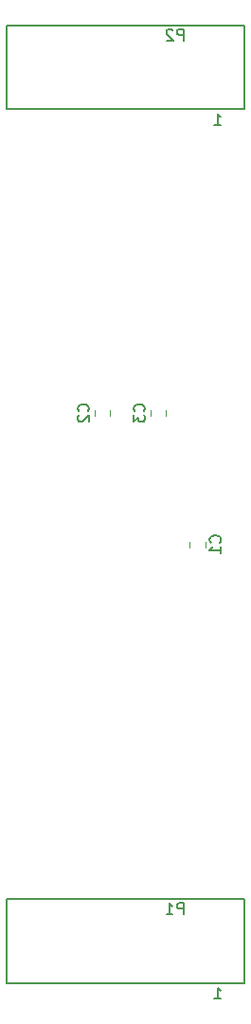
<source format=gbr>
G04 #@! TF.GenerationSoftware,KiCad,Pcbnew,5.0.2-bee76a0~70~ubuntu18.04.1*
G04 #@! TF.CreationDate,2019-05-09T10:06:34+02:00*
G04 #@! TF.ProjectId,stm32f205,73746d33-3266-4323-9035-2e6b69636164,rev?*
G04 #@! TF.SameCoordinates,Original*
G04 #@! TF.FileFunction,Legend,Bot*
G04 #@! TF.FilePolarity,Positive*
%FSLAX46Y46*%
G04 Gerber Fmt 4.6, Leading zero omitted, Abs format (unit mm)*
G04 Created by KiCad (PCBNEW 5.0.2-bee76a0~70~ubuntu18.04.1) date jeu. 09 mai 2019 10:06:34 CEST*
%MOMM*%
%LPD*%
G01*
G04 APERTURE LIST*
%ADD10C,0.120000*%
%ADD11C,0.150000*%
G04 APERTURE END LIST*
D10*
G04 #@! TO.C,C2*
X110361017Y-95502449D02*
X110361017Y-96019605D01*
X108941017Y-95502449D02*
X108941017Y-96019605D01*
G04 #@! TO.C,C3*
X113941017Y-95502449D02*
X113941017Y-96019605D01*
X115361017Y-95502449D02*
X115361017Y-96019605D01*
G04 #@! TO.C,C1*
X118861017Y-107769605D02*
X118861017Y-107252449D01*
X117441017Y-107769605D02*
X117441017Y-107252449D01*
D11*
G04 #@! TO.C,P2*
X122386017Y-68621027D02*
X122386017Y-61131027D01*
X101116017Y-68621027D02*
X122386017Y-68621027D01*
X101116017Y-61131027D02*
X101116017Y-68621027D01*
X122386017Y-61131027D02*
X101116017Y-61131027D01*
G04 #@! TO.C,P1*
X122386017Y-146721027D02*
X122386017Y-139231027D01*
X101116017Y-146721027D02*
X122386017Y-146721027D01*
X101116017Y-139231027D02*
X101116017Y-146721027D01*
X122386017Y-139231027D02*
X101116017Y-139231027D01*
G04 #@! TO.C,C2*
X108358159Y-95594360D02*
X108405778Y-95546741D01*
X108453397Y-95403884D01*
X108453397Y-95308646D01*
X108405778Y-95165788D01*
X108310540Y-95070550D01*
X108215302Y-95022931D01*
X108024826Y-94975312D01*
X107881969Y-94975312D01*
X107691493Y-95022931D01*
X107596255Y-95070550D01*
X107501017Y-95165788D01*
X107453397Y-95308646D01*
X107453397Y-95403884D01*
X107501017Y-95546741D01*
X107548636Y-95594360D01*
X107548636Y-95975312D02*
X107501017Y-96022931D01*
X107453397Y-96118169D01*
X107453397Y-96356265D01*
X107501017Y-96451503D01*
X107548636Y-96499122D01*
X107643874Y-96546741D01*
X107739112Y-96546741D01*
X107881969Y-96499122D01*
X108453397Y-95927693D01*
X108453397Y-96546741D01*
G04 #@! TO.C,C3*
X113358159Y-95594360D02*
X113405778Y-95546741D01*
X113453397Y-95403884D01*
X113453397Y-95308646D01*
X113405778Y-95165788D01*
X113310540Y-95070550D01*
X113215302Y-95022931D01*
X113024826Y-94975312D01*
X112881969Y-94975312D01*
X112691493Y-95022931D01*
X112596255Y-95070550D01*
X112501017Y-95165788D01*
X112453397Y-95308646D01*
X112453397Y-95403884D01*
X112501017Y-95546741D01*
X112548636Y-95594360D01*
X112453397Y-95927693D02*
X112453397Y-96546741D01*
X112834350Y-96213407D01*
X112834350Y-96356265D01*
X112881969Y-96451503D01*
X112929588Y-96499122D01*
X113024826Y-96546741D01*
X113262921Y-96546741D01*
X113358159Y-96499122D01*
X113405778Y-96451503D01*
X113453397Y-96356265D01*
X113453397Y-96070550D01*
X113405778Y-95975312D01*
X113358159Y-95927693D01*
G04 #@! TO.C,C1*
X120158159Y-107344360D02*
X120205778Y-107296741D01*
X120253397Y-107153884D01*
X120253397Y-107058646D01*
X120205778Y-106915788D01*
X120110540Y-106820550D01*
X120015302Y-106772931D01*
X119824826Y-106725312D01*
X119681969Y-106725312D01*
X119491493Y-106772931D01*
X119396255Y-106820550D01*
X119301017Y-106915788D01*
X119253397Y-107058646D01*
X119253397Y-107153884D01*
X119301017Y-107296741D01*
X119348636Y-107344360D01*
X120253397Y-108296741D02*
X120253397Y-107725312D01*
X120253397Y-108011027D02*
X119253397Y-108011027D01*
X119396255Y-107915788D01*
X119491493Y-107820550D01*
X119539112Y-107725312D01*
G04 #@! TO.C,P2*
X116889112Y-62463407D02*
X116889112Y-61463407D01*
X116508159Y-61463407D01*
X116412921Y-61511027D01*
X116365302Y-61558646D01*
X116317683Y-61653884D01*
X116317683Y-61796741D01*
X116365302Y-61891979D01*
X116412921Y-61939598D01*
X116508159Y-61987217D01*
X116889112Y-61987217D01*
X115936731Y-61558646D02*
X115889112Y-61511027D01*
X115793874Y-61463407D01*
X115555778Y-61463407D01*
X115460540Y-61511027D01*
X115412921Y-61558646D01*
X115365302Y-61653884D01*
X115365302Y-61749122D01*
X115412921Y-61891979D01*
X115984350Y-62463407D01*
X115365302Y-62463407D01*
X119665302Y-70028407D02*
X120236731Y-70028407D01*
X119951017Y-70028407D02*
X119951017Y-69028407D01*
X120046255Y-69171265D01*
X120141493Y-69266503D01*
X120236731Y-69314122D01*
G04 #@! TO.C,P1*
X116889112Y-140563407D02*
X116889112Y-139563407D01*
X116508159Y-139563407D01*
X116412921Y-139611027D01*
X116365302Y-139658646D01*
X116317683Y-139753884D01*
X116317683Y-139896741D01*
X116365302Y-139991979D01*
X116412921Y-140039598D01*
X116508159Y-140087217D01*
X116889112Y-140087217D01*
X115365302Y-140563407D02*
X115936731Y-140563407D01*
X115651017Y-140563407D02*
X115651017Y-139563407D01*
X115746255Y-139706265D01*
X115841493Y-139801503D01*
X115936731Y-139849122D01*
X119665302Y-148128407D02*
X120236731Y-148128407D01*
X119951017Y-148128407D02*
X119951017Y-147128407D01*
X120046255Y-147271265D01*
X120141493Y-147366503D01*
X120236731Y-147414122D01*
G04 #@! TD*
M02*

</source>
